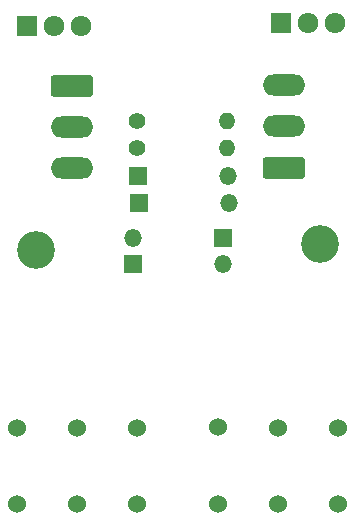
<source format=gbr>
%TF.GenerationSoftware,KiCad,Pcbnew,8.0.8*%
%TF.CreationDate,2025-01-30T22:26:20+01:00*%
%TF.ProjectId,pointMotor,706f696e-744d-46f7-946f-722e6b696361,rev?*%
%TF.SameCoordinates,Original*%
%TF.FileFunction,Soldermask,Bot*%
%TF.FilePolarity,Negative*%
%FSLAX46Y46*%
G04 Gerber Fmt 4.6, Leading zero omitted, Abs format (unit mm)*
G04 Created by KiCad (PCBNEW 8.0.8) date 2025-01-30 22:26:20*
%MOMM*%
%LPD*%
G01*
G04 APERTURE LIST*
G04 Aperture macros list*
%AMRoundRect*
0 Rectangle with rounded corners*
0 $1 Rounding radius*
0 $2 $3 $4 $5 $6 $7 $8 $9 X,Y pos of 4 corners*
0 Add a 4 corners polygon primitive as box body*
4,1,4,$2,$3,$4,$5,$6,$7,$8,$9,$2,$3,0*
0 Add four circle primitives for the rounded corners*
1,1,$1+$1,$2,$3*
1,1,$1+$1,$4,$5*
1,1,$1+$1,$6,$7*
1,1,$1+$1,$8,$9*
0 Add four rect primitives between the rounded corners*
20,1,$1+$1,$2,$3,$4,$5,0*
20,1,$1+$1,$4,$5,$6,$7,0*
20,1,$1+$1,$6,$7,$8,$9,0*
20,1,$1+$1,$8,$9,$2,$3,0*%
G04 Aperture macros list end*
%ADD10RoundRect,0.250000X-1.550000X0.650000X-1.550000X-0.650000X1.550000X-0.650000X1.550000X0.650000X0*%
%ADD11O,3.600000X1.800000*%
%ADD12RoundRect,0.250000X1.550000X-0.650000X1.550000X0.650000X-1.550000X0.650000X-1.550000X-0.650000X0*%
%ADD13R,1.500000X1.500000*%
%ADD14O,1.500000X1.500000*%
%ADD15R,1.710000X1.800000*%
%ADD16O,1.710000X1.800000*%
%ADD17C,3.200000*%
%ADD18C,1.524000*%
%ADD19C,1.400000*%
%ADD20O,1.400000X1.400000*%
G04 APERTURE END LIST*
D10*
%TO.C,J1*%
X107000000Y-79055000D03*
D11*
X107000000Y-82555000D03*
X107000000Y-86055000D03*
%TD*%
D12*
%TO.C,J101*%
X125000000Y-86000000D03*
D11*
X125000000Y-82500000D03*
X125000000Y-79000000D03*
%TD*%
D13*
%TO.C,D102*%
X119815000Y-92000000D03*
D14*
X112195000Y-92000000D03*
%TD*%
D15*
%TO.C,Q2*%
X124726000Y-73787000D03*
D16*
X127006000Y-73787000D03*
X129286000Y-73787000D03*
%TD*%
D17*
%TO.C,REF\u002A\u002A*%
X104000000Y-93000000D03*
%TD*%
D13*
%TO.C,D1*%
X112644000Y-86741000D03*
D14*
X120264000Y-86741000D03*
%TD*%
D18*
%TO.C,SW103*%
X112580000Y-114520000D03*
X102420000Y-114510000D03*
X107500000Y-114510000D03*
%TD*%
D13*
%TO.C,D101*%
X112185000Y-94189000D03*
D14*
X119805000Y-94189000D03*
%TD*%
D18*
%TO.C,SW102*%
X119420000Y-108000000D03*
X129580000Y-108010000D03*
X124500000Y-108010000D03*
%TD*%
D19*
%TO.C,R2*%
X112522000Y-84328000D03*
D20*
X120142000Y-84328000D03*
%TD*%
D18*
%TO.C,SW104*%
X119420000Y-114500000D03*
X129580000Y-114510000D03*
X124500000Y-114510000D03*
%TD*%
D19*
%TO.C,R1*%
X112522000Y-82067000D03*
D20*
X120142000Y-82067000D03*
%TD*%
D15*
%TO.C,Q1*%
X103220000Y-74000000D03*
D16*
X105500000Y-74000000D03*
X107780000Y-74000000D03*
%TD*%
D17*
%TO.C,REF\u002A\u002A*%
X128000000Y-92500000D03*
%TD*%
D18*
%TO.C,SW101*%
X112580000Y-108020000D03*
X102420000Y-108010000D03*
X107500000Y-108010000D03*
%TD*%
D13*
%TO.C,D2*%
X112685000Y-89000000D03*
D14*
X120305000Y-89000000D03*
%TD*%
M02*

</source>
